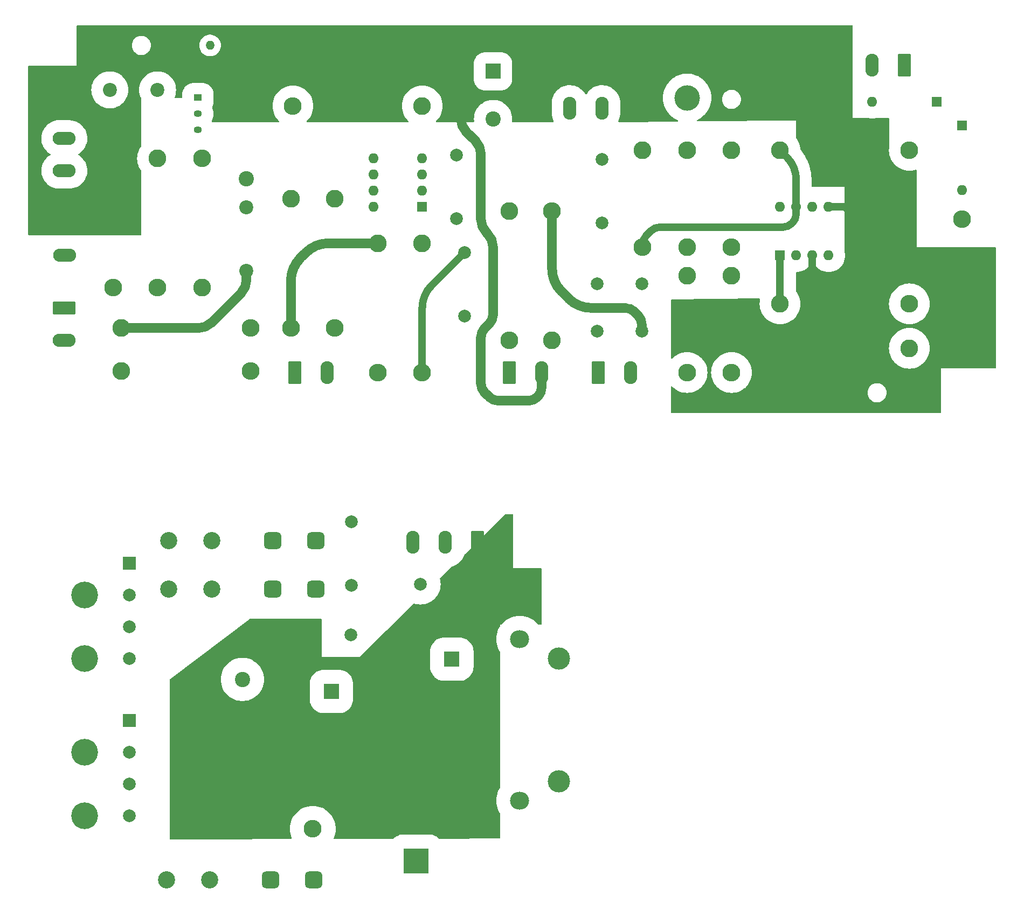
<source format=gbr>
%TF.GenerationSoftware,KiCad,Pcbnew,7.0.1*%
%TF.CreationDate,2024-04-09T21:12:25+02:00*%
%TF.ProjectId,6N6P_hybrid,364e3650-5f68-4796-9272-69642e6b6963,rev?*%
%TF.SameCoordinates,Original*%
%TF.FileFunction,Copper,L1,Top*%
%TF.FilePolarity,Positive*%
%FSLAX46Y46*%
G04 Gerber Fmt 4.6, Leading zero omitted, Abs format (unit mm)*
G04 Created by KiCad (PCBNEW 7.0.1) date 2024-04-09 21:12:25*
%MOMM*%
%LPD*%
G01*
G04 APERTURE LIST*
G04 Aperture macros list*
%AMRoundRect*
0 Rectangle with rounded corners*
0 $1 Rounding radius*
0 $2 $3 $4 $5 $6 $7 $8 $9 X,Y pos of 4 corners*
0 Add a 4 corners polygon primitive as box body*
4,1,4,$2,$3,$4,$5,$6,$7,$8,$9,$2,$3,0*
0 Add four circle primitives for the rounded corners*
1,1,$1+$1,$2,$3*
1,1,$1+$1,$4,$5*
1,1,$1+$1,$6,$7*
1,1,$1+$1,$8,$9*
0 Add four rect primitives between the rounded corners*
20,1,$1+$1,$2,$3,$4,$5,0*
20,1,$1+$1,$4,$5,$6,$7,0*
20,1,$1+$1,$6,$7,$8,$9,0*
20,1,$1+$1,$8,$9,$2,$3,0*%
G04 Aperture macros list end*
%TA.AperFunction,ComponentPad*%
%ADD10O,3.000000X2.800000*%
%TD*%
%TA.AperFunction,ComponentPad*%
%ADD11C,3.500000*%
%TD*%
%TA.AperFunction,ComponentPad*%
%ADD12C,2.800000*%
%TD*%
%TA.AperFunction,ComponentPad*%
%ADD13O,2.800000X2.800000*%
%TD*%
%TA.AperFunction,ComponentPad*%
%ADD14C,2.000000*%
%TD*%
%TA.AperFunction,ComponentPad*%
%ADD15R,1.300000X1.050000*%
%TD*%
%TA.AperFunction,ComponentPad*%
%ADD16O,1.300000X1.050000*%
%TD*%
%TA.AperFunction,ComponentPad*%
%ADD17R,1.600000X1.600000*%
%TD*%
%TA.AperFunction,ComponentPad*%
%ADD18O,1.600000X1.600000*%
%TD*%
%TA.AperFunction,ComponentPad*%
%ADD19RoundRect,0.675000X0.675000X0.675000X-0.675000X0.675000X-0.675000X-0.675000X0.675000X-0.675000X0*%
%TD*%
%TA.AperFunction,ComponentPad*%
%ADD20C,2.700000*%
%TD*%
%TA.AperFunction,ComponentPad*%
%ADD21RoundRect,0.249999X-1.550001X0.790001X-1.550001X-0.790001X1.550001X-0.790001X1.550001X0.790001X0*%
%TD*%
%TA.AperFunction,ComponentPad*%
%ADD22O,3.600000X2.080000*%
%TD*%
%TA.AperFunction,ComponentPad*%
%ADD23C,4.200000*%
%TD*%
%TA.AperFunction,ComponentPad*%
%ADD24C,4.000000*%
%TD*%
%TA.AperFunction,ComponentPad*%
%ADD25R,2.000000X2.000000*%
%TD*%
%TA.AperFunction,ComponentPad*%
%ADD26C,2.200000*%
%TD*%
%TA.AperFunction,ComponentPad*%
%ADD27R,2.400000X2.400000*%
%TD*%
%TA.AperFunction,ComponentPad*%
%ADD28C,2.400000*%
%TD*%
%TA.AperFunction,ComponentPad*%
%ADD29O,2.400000X2.400000*%
%TD*%
%TA.AperFunction,ComponentPad*%
%ADD30RoundRect,0.249999X0.790001X1.550001X-0.790001X1.550001X-0.790001X-1.550001X0.790001X-1.550001X0*%
%TD*%
%TA.AperFunction,ComponentPad*%
%ADD31O,2.080000X3.600000*%
%TD*%
%TA.AperFunction,ComponentPad*%
%ADD32C,1.400000*%
%TD*%
%TA.AperFunction,ComponentPad*%
%ADD33O,1.400000X1.400000*%
%TD*%
%TA.AperFunction,ComponentPad*%
%ADD34R,4.000000X4.000000*%
%TD*%
%TA.AperFunction,ComponentPad*%
%ADD35RoundRect,0.249999X-0.790001X-1.550001X0.790001X-1.550001X0.790001X1.550001X-0.790001X1.550001X0*%
%TD*%
%TA.AperFunction,Conductor*%
%ADD36C,1.200000*%
%TD*%
%TA.AperFunction,Conductor*%
%ADD37C,1.500000*%
%TD*%
G04 APERTURE END LIST*
D10*
%TO.P,R25,1*%
%TO.N,Net-(J16-Pin_1)*%
X100076000Y-144780000D03*
%TO.P,R25,2*%
%TO.N,Net-(J22-Pin_1)*%
X100076000Y-119380000D03*
%TD*%
D11*
%TO.P,J22,1,Pin_1*%
%TO.N,Net-(J22-Pin_1)*%
X106196000Y-122428000D03*
%TD*%
%TO.P,J16,1,Pin_1*%
%TO.N,Net-(J16-Pin_1)*%
X106196000Y-141732000D03*
%TD*%
D12*
%TO.P,R21,1*%
%TO.N,GND*%
X36195000Y-43815000D03*
D13*
%TO.P,R21,2*%
%TO.N,Net-(J2-Pin_2)*%
X36195000Y-64135000D03*
%TD*%
D12*
%TO.P,R2,1*%
%TO.N,Net-(R2-Pad1)*%
X140970000Y-42545000D03*
D13*
%TO.P,R2,2*%
%TO.N,Net-(D2-A)*%
X161290000Y-42545000D03*
%TD*%
D14*
%TO.P,C2,1*%
%TO.N,Net-(J3-Pin_2)*%
X119253000Y-63500000D03*
%TO.P,C2,2*%
%TO.N,Net-(J4-Pin_2)*%
X119253000Y-71000000D03*
%TD*%
D15*
%TO.P,Q1,1,E*%
%TO.N,Net-(Q1-E)*%
X49530000Y-34255000D03*
D16*
%TO.P,Q1,2,B*%
%TO.N,Net-(Q1-B)*%
X49530000Y-36795000D03*
%TO.P,Q1,3,C*%
%TO.N,V++*%
X49530000Y-39335000D03*
%TD*%
D17*
%TO.P,U1,1*%
%TO.N,Net-(R1-Pad1)*%
X140970000Y-59055000D03*
D18*
%TO.P,U1,2,-*%
%TO.N,Net-(U1A--)*%
X143510000Y-59055000D03*
%TO.P,U1,3,+*%
%TO.N,GND*%
X146050000Y-59055000D03*
%TO.P,U1,4,V-*%
%TO.N,V--*%
X148590000Y-59055000D03*
%TO.P,U1,5,+*%
%TO.N,GND*%
X148590000Y-51435000D03*
%TO.P,U1,6,-*%
%TO.N,Net-(U1B--)*%
X146050000Y-51435000D03*
%TO.P,U1,7*%
%TO.N,Net-(R2-Pad1)*%
X143510000Y-51435000D03*
%TO.P,U1,8,V+*%
%TO.N,V++*%
X140970000Y-51435000D03*
%TD*%
D12*
%TO.P,J8,1,Pin_1*%
%TO.N,GND*%
X35490000Y-26035000D03*
%TD*%
D19*
%TO.P,F2,1*%
%TO.N,Net-(J10-Pin_3)*%
X68072000Y-111506000D03*
X61312000Y-111506000D03*
D20*
%TO.P,F2,2*%
%TO.N,Net-(D11-+)*%
X51722000Y-111506000D03*
X44962000Y-111506000D03*
%TD*%
D21*
%TO.P,J6,1,Pin_1*%
%TO.N,GND*%
X28532500Y-35560000D03*
D22*
%TO.P,J6,2,Pin_2*%
%TO.N,Net-(J6-Pin_2)*%
X28532500Y-40640000D03*
%TO.P,J6,3,Pin_3*%
%TO.N,Net-(J6-Pin_3)*%
X28532500Y-45720000D03*
%TD*%
D23*
%TO.P,J13,1,Pin_1*%
%TO.N,Net-(J13-Pin_1)*%
X31750000Y-122453400D03*
%TD*%
D24*
%TO.P,J15,1,Pin_1*%
%TO.N,GND2*%
X100076000Y-110744000D03*
%TD*%
D25*
%TO.P,D3,1,-*%
%TO.N,GND2*%
X38735000Y-132160000D03*
D14*
%TO.P,D3,2*%
%TO.N,Net-(J12-Pin_1)*%
X38735000Y-137160000D03*
%TO.P,D3,3,+*%
%TO.N,Net-(D3-+)*%
X38735000Y-142160000D03*
%TO.P,D3,4*%
%TO.N,Net-(J11-Pin_1)*%
X38735000Y-147160000D03*
%TD*%
D26*
%TO.P,C8,1*%
%TO.N,Net-(Q1-E)*%
X43180000Y-33020000D03*
%TO.P,C8,2*%
%TO.N,Net-(J6-Pin_2)*%
X35680000Y-33020000D03*
%TD*%
D27*
%TO.P,C11,1*%
%TO.N,Net-(J10-Pin_3)*%
X70485000Y-127628000D03*
D28*
%TO.P,C11,2*%
%TO.N,GND2*%
X70485000Y-135128000D03*
%TD*%
D12*
%TO.P,R3,1*%
%TO.N,Net-(U1A--)*%
X126365000Y-62230000D03*
D13*
%TO.P,R3,2*%
%TO.N,Net-(J4-Pin_2)*%
X126365000Y-77470000D03*
%TD*%
D12*
%TO.P,R19,1*%
%TO.N,Net-(J7-Pin_1)*%
X37455000Y-70485000D03*
D13*
%TO.P,R19,2*%
%TO.N,Net-(J3-Pin_1)*%
X57775000Y-70485000D03*
%TD*%
D14*
%TO.P,C9,1*%
%TO.N,V--*%
X113030000Y-53975000D03*
%TO.P,C9,2*%
%TO.N,V++*%
X113030000Y-43975000D03*
%TD*%
D12*
%TO.P,R10,1*%
%TO.N,Net-(J3-Pin_1)*%
X77777500Y-57150000D03*
D13*
%TO.P,R10,2*%
%TO.N,Net-(J3-Pin_2)*%
X77777500Y-77470000D03*
%TD*%
D28*
%TO.P,R20,1*%
%TO.N,Net-(U2B--)*%
X57150000Y-46990000D03*
D29*
%TO.P,R20,2*%
%TO.N,GND*%
X57150000Y-31750000D03*
%TD*%
D12*
%TO.P,R5,1*%
%TO.N,Net-(D1-A)*%
X161290000Y-73660000D03*
D13*
%TO.P,R5,2*%
%TO.N,GND*%
X140970000Y-73660000D03*
%TD*%
D23*
%TO.P,J11,1,Pin_1*%
%TO.N,Net-(J11-Pin_1)*%
X31750000Y-147193000D03*
%TD*%
D12*
%TO.P,R9,1*%
%TO.N,Net-(U1B--)*%
X119380000Y-42545000D03*
D13*
%TO.P,R9,2*%
%TO.N,Net-(R2-Pad1)*%
X119380000Y-57785000D03*
%TD*%
D23*
%TO.P,J12,1,Pin_1*%
%TO.N,Net-(J12-Pin_1)*%
X31750000Y-137160000D03*
%TD*%
D14*
%TO.P,C14,2*%
%TO.N,Net-(J10-Pin_3)*%
X73580000Y-118745000D03*
%TO.P,C14,1*%
%TO.N,GND2*%
X63580000Y-118745000D03*
%TD*%
D12*
%TO.P,R23,1*%
%TO.N,Net-(Q1-B)*%
X43180000Y-43815000D03*
D13*
%TO.P,R23,2*%
%TO.N,Net-(J2-Pin_2)*%
X43180000Y-64135000D03*
%TD*%
D27*
%TO.P,C1,1*%
%TO.N,Net-(J22-Pin_1)*%
X89415000Y-122555000D03*
D28*
%TO.P,C1,2*%
%TO.N,GND2*%
X81915000Y-122555000D03*
%TD*%
D23*
%TO.P,J14,1,Pin_1*%
%TO.N,Net-(J14-Pin_1)*%
X31750000Y-112471200D03*
%TD*%
D24*
%TO.P,J9,1,Pin_1*%
%TO.N,Net-(J9-Pin_1)*%
X126365000Y-34290000D03*
%TD*%
D12*
%TO.P,R11,1*%
%TO.N,Net-(J3-Pin_1)*%
X70993000Y-50165000D03*
D13*
%TO.P,R11,2*%
%TO.N,Net-(J3-Pin_2)*%
X70993000Y-70485000D03*
%TD*%
D30*
%TO.P,J10,1,Pin_1*%
%TO.N,GND2*%
X93472000Y-104140000D03*
D31*
%TO.P,J10,2,Pin_2*%
%TO.N,Net-(J10-Pin_2)*%
X88392000Y-104140000D03*
%TO.P,J10,3,Pin_3*%
%TO.N,Net-(J10-Pin_3)*%
X83312000Y-104140000D03*
%TD*%
D12*
%TO.P,R13,1*%
%TO.N,V--*%
X84762500Y-35560000D03*
D13*
%TO.P,R13,2*%
%TO.N,Net-(Q1-E)*%
X64442500Y-35560000D03*
%TD*%
D12*
%TO.P,R1,1*%
%TO.N,Net-(R1-Pad1)*%
X140970000Y-66675000D03*
D13*
%TO.P,R1,2*%
%TO.N,Net-(D1-A)*%
X161290000Y-66675000D03*
%TD*%
D12*
%TO.P,R6,1*%
%TO.N,GND*%
X169545000Y-73660000D03*
D13*
%TO.P,R6,2*%
%TO.N,Net-(D2-A)*%
X169545000Y-53340000D03*
%TD*%
D14*
%TO.P,C15,1*%
%TO.N,Net-(J10-Pin_2)*%
X84455000Y-110744000D03*
%TO.P,C15,2*%
%TO.N,GND2*%
X94455000Y-110744000D03*
%TD*%
D32*
%TO.P,R24,1*%
%TO.N,GND*%
X46355000Y-26035000D03*
D33*
%TO.P,R24,2*%
%TO.N,GND3*%
X51435000Y-26035000D03*
%TD*%
D34*
%TO.P,C10,1*%
%TO.N,Net-(J16-Pin_1)*%
X83820000Y-154305000D03*
D24*
%TO.P,C10,2*%
%TO.N,GND2*%
X83820000Y-144305000D03*
%TD*%
D35*
%TO.P,J3,1,Pin_1*%
%TO.N,Net-(J3-Pin_1)*%
X64760000Y-77470000D03*
D31*
%TO.P,J3,2,Pin_2*%
%TO.N,Net-(J3-Pin_2)*%
X69840000Y-77470000D03*
%TD*%
D14*
%TO.P,C3,1*%
%TO.N,Net-(C3-Pad1)*%
X91430000Y-58580000D03*
%TO.P,C3,2*%
%TO.N,Net-(J3-Pin_2)*%
X91430000Y-68580000D03*
%TD*%
D35*
%TO.P,J4,1,Pin_1*%
%TO.N,Net-(J4-Pin_1)*%
X112395000Y-77502500D03*
D31*
%TO.P,J4,2,Pin_2*%
%TO.N,Net-(J4-Pin_2)*%
X117475000Y-77502500D03*
%TD*%
D12*
%TO.P,R18,1*%
%TO.N,GND2*%
X47244000Y-149225000D03*
D13*
%TO.P,R18,2*%
%TO.N,Net-(J16-Pin_1)*%
X67564000Y-149225000D03*
%TD*%
D14*
%TO.P,C7,1*%
%TO.N,Net-(J3-Pin_2)*%
X112268000Y-63500000D03*
%TO.P,C7,2*%
%TO.N,Net-(J4-Pin_1)*%
X112268000Y-71000000D03*
%TD*%
D12*
%TO.P,J18,1,Pin_1*%
%TO.N,GND*%
X161290000Y-80645000D03*
%TD*%
%TO.P,R7,1*%
%TO.N,Net-(U1A--)*%
X133350000Y-62230000D03*
D13*
%TO.P,R7,2*%
%TO.N,Net-(R1-Pad1)*%
X133350000Y-77470000D03*
%TD*%
D30*
%TO.P,J19,1,Pin_1*%
%TO.N,Net-(D2-A)*%
X160528000Y-29177500D03*
D31*
%TO.P,J19,2,Pin_2*%
%TO.N,Net-(D1-A)*%
X155448000Y-29177500D03*
%TD*%
D25*
%TO.P,D11,1,-*%
%TO.N,Net-(D11--)*%
X38735000Y-107475000D03*
D14*
%TO.P,D11,2*%
%TO.N,Net-(J14-Pin_1)*%
X38735000Y-112475000D03*
%TO.P,D11,3,+*%
%TO.N,Net-(D11-+)*%
X38735000Y-117475000D03*
%TO.P,D11,4*%
%TO.N,Net-(J13-Pin_1)*%
X38735000Y-122475000D03*
%TD*%
D27*
%TO.P,C13,1*%
%TO.N,GND2*%
X49022000Y-125730000D03*
D28*
%TO.P,C13,2*%
%TO.N,Net-(J10-Pin_2)*%
X56522000Y-125730000D03*
%TD*%
D14*
%TO.P,C16,1*%
%TO.N,Net-(J10-Pin_2)*%
X73660000Y-100965000D03*
%TO.P,C16,2*%
%TO.N,Net-(J10-Pin_3)*%
X73660000Y-110965000D03*
%TD*%
D17*
%TO.P,U2,1*%
%TO.N,Net-(U2A--)*%
X84692500Y-51435000D03*
D18*
%TO.P,U2,2,-*%
X84692500Y-48895000D03*
%TO.P,U2,3,+*%
%TO.N,Net-(U2A-+)*%
X84692500Y-46355000D03*
%TO.P,U2,4,V-*%
%TO.N,V--*%
X84692500Y-43815000D03*
%TO.P,U2,5,+*%
%TO.N,Net-(U2B-+)*%
X77072500Y-43815000D03*
%TO.P,U2,6,-*%
%TO.N,Net-(U2B--)*%
X77072500Y-46355000D03*
%TO.P,U2,7*%
%TO.N,Net-(J3-Pin_1)*%
X77072500Y-48895000D03*
%TO.P,U2,8,V+*%
%TO.N,V++*%
X77072500Y-51435000D03*
%TD*%
D12*
%TO.P,R14,1*%
%TO.N,Net-(U2B--)*%
X64135000Y-50165000D03*
D13*
%TO.P,R14,2*%
%TO.N,Net-(J3-Pin_1)*%
X64135000Y-70485000D03*
%TD*%
D30*
%TO.P,J5,1,Pin_1*%
%TO.N,GND*%
X118110000Y-35900228D03*
D31*
%TO.P,J5,2,Pin_2*%
%TO.N,V++*%
X113030000Y-35900228D03*
%TO.P,J5,3,Pin_3*%
%TO.N,V--*%
X107950000Y-35900228D03*
%TD*%
D12*
%TO.P,R15,1*%
%TO.N,Net-(J7-Pin_2)*%
X37455000Y-77216000D03*
D13*
%TO.P,R15,2*%
%TO.N,Net-(J3-Pin_1)*%
X57775000Y-77216000D03*
%TD*%
D27*
%TO.P,C12,1*%
%TO.N,V++*%
X95885000Y-30107272D03*
D28*
%TO.P,C12,2*%
%TO.N,V--*%
X95885000Y-37607272D03*
%TD*%
D12*
%TO.P,R22,1*%
%TO.N,Net-(J4-Pin_1)*%
X105156000Y-72390000D03*
D13*
%TO.P,R22,2*%
%TO.N,Net-(J4-Pin_2)*%
X105156000Y-52070000D03*
%TD*%
D12*
%TO.P,R4,1*%
%TO.N,Net-(U1A--)*%
X126365000Y-57785000D03*
D13*
%TO.P,R4,2*%
%TO.N,Net-(J9-Pin_1)*%
X126365000Y-42545000D03*
%TD*%
D12*
%TO.P,R8,1*%
%TO.N,Net-(U1B--)*%
X133350000Y-42545000D03*
D13*
%TO.P,R8,2*%
%TO.N,Net-(R1-Pad1)*%
X133350000Y-57785000D03*
%TD*%
D35*
%TO.P,J1,1,Pin_1*%
%TO.N,Net-(J1-Pin_1)*%
X98450400Y-77502500D03*
D31*
%TO.P,J1,2,Pin_2*%
%TO.N,GND*%
X103530400Y-77502500D03*
%TD*%
D19*
%TO.P,F1,1*%
%TO.N,Net-(J16-Pin_1)*%
X67720000Y-157226000D03*
X60960000Y-157226000D03*
D20*
%TO.P,F1,2*%
%TO.N,Net-(D3-+)*%
X51370000Y-157226000D03*
X44610000Y-157226000D03*
%TD*%
D17*
%TO.P,D2,1,K*%
%TO.N,Net-(D1-K)*%
X169545000Y-38608000D03*
D18*
%TO.P,D2,2,A*%
%TO.N,Net-(D2-A)*%
X169545000Y-48768000D03*
%TD*%
D12*
%TO.P,R16,1*%
%TO.N,Net-(U2A--)*%
X84762500Y-57150000D03*
D13*
%TO.P,R16,2*%
%TO.N,Net-(C3-Pad1)*%
X84762500Y-77470000D03*
%TD*%
D12*
%TO.P,R17,1*%
%TO.N,Net-(J6-Pin_3)*%
X50155000Y-64135000D03*
D13*
%TO.P,R17,2*%
%TO.N,Net-(U2B-+)*%
X50155000Y-43815000D03*
%TD*%
D26*
%TO.P,C5,1*%
%TO.N,Net-(U2B--)*%
X57150000Y-51515000D03*
%TO.P,C5,2*%
%TO.N,Net-(J7-Pin_1)*%
X57150000Y-61515000D03*
%TD*%
D21*
%TO.P,J7,1,Pin_1*%
%TO.N,Net-(J7-Pin_1)*%
X28532500Y-67310000D03*
D22*
%TO.P,J7,2,Pin_2*%
%TO.N,Net-(J7-Pin_2)*%
X28532500Y-72390000D03*
%TD*%
D14*
%TO.P,C4,1*%
%TO.N,Net-(U2A-+)*%
X90170000Y-43260000D03*
%TO.P,C4,2*%
%TO.N,Net-(C3-Pad1)*%
X90170000Y-53260000D03*
%TD*%
D17*
%TO.P,D1,1,K*%
%TO.N,Net-(D1-K)*%
X165608000Y-34925000D03*
D18*
%TO.P,D1,2,A*%
%TO.N,Net-(D1-A)*%
X155448000Y-34925000D03*
%TD*%
D19*
%TO.P,F3,1*%
%TO.N,Net-(J10-Pin_2)*%
X68072000Y-103886000D03*
X61312000Y-103886000D03*
D20*
%TO.P,F3,2*%
%TO.N,Net-(D11--)*%
X51722000Y-103886000D03*
X44962000Y-103886000D03*
%TD*%
D21*
%TO.P,J2,1,Pin_1*%
%TO.N,GND*%
X28565000Y-53975000D03*
D22*
%TO.P,J2,2,Pin_2*%
%TO.N,Net-(J2-Pin_2)*%
X28565000Y-59055000D03*
%TD*%
D12*
%TO.P,R12,1*%
%TO.N,Net-(U2A-+)*%
X98425000Y-52070000D03*
D13*
%TO.P,R12,2*%
%TO.N,Net-(J1-Pin_1)*%
X98425000Y-72390000D03*
%TD*%
D36*
%TO.N,GND*%
X88900000Y-31750000D02*
X90805000Y-33655000D01*
D37*
X95885000Y-57757641D02*
X95885000Y-68386573D01*
D36*
X152400000Y-52705000D02*
X151130000Y-51435000D01*
D37*
X103530400Y-79791173D02*
X103530400Y-77502500D01*
D36*
X146050000Y-59055000D02*
X146050000Y-61595000D01*
X90805000Y-33655000D02*
X90805000Y-37492359D01*
D37*
X91683680Y-39613680D02*
X93101321Y-41031321D01*
D36*
X151130000Y-62230000D02*
X152400000Y-60960000D01*
D37*
X94565787Y-80595787D02*
X95299214Y-81329214D01*
D36*
X152400000Y-60960000D02*
X152400000Y-52705000D01*
D37*
X94858680Y-55488680D02*
X95006321Y-55636321D01*
X90805000Y-36830000D02*
X90805000Y-37492359D01*
X95299213Y-69800787D02*
X94565786Y-70534214D01*
X93980000Y-71948427D02*
X93980000Y-79181573D01*
D36*
X151130000Y-51435000D02*
X148590000Y-51435000D01*
X146050000Y-61595000D02*
X146685000Y-62230000D01*
D37*
X93980000Y-43152641D02*
X93980000Y-53367359D01*
X102820787Y-81329213D02*
X102944614Y-81205386D01*
D36*
X146685000Y-62230000D02*
X151130000Y-62230000D01*
D37*
X96713427Y-81915000D02*
X101406573Y-81915000D01*
D36*
X57150000Y-31750000D02*
X88900000Y-31750000D01*
D37*
X95884971Y-57757641D02*
G75*
G03*
X95006321Y-55636321I-2999971J41D01*
G01*
X93980029Y-53367359D02*
G75*
G03*
X94858680Y-55488680I2999971J-41D01*
G01*
X95299200Y-81329228D02*
G75*
G03*
X96713427Y-81915000I1414200J1414228D01*
G01*
X94565772Y-70534200D02*
G75*
G03*
X93980000Y-71948427I1414228J-1414200D01*
G01*
X90805029Y-37492359D02*
G75*
G03*
X91683680Y-39613680I2999971J-41D01*
G01*
X101406573Y-81914980D02*
G75*
G03*
X102820786Y-81329212I27J1999980D01*
G01*
X93980020Y-79181573D02*
G75*
G03*
X94565788Y-80595786I1999980J-27D01*
G01*
X102944628Y-81205400D02*
G75*
G03*
X103530400Y-79791173I-1414228J1414200D01*
G01*
X93979971Y-43152641D02*
G75*
G03*
X93101321Y-41031321I-2999971J41D01*
G01*
X95299227Y-69800801D02*
G75*
G03*
X95885000Y-68386573I-1414227J1414201D01*
G01*
D36*
%TO.N,Net-(R1-Pad1)*%
X140970000Y-59055000D02*
X140970000Y-66675000D01*
%TO.N,Net-(R2-Pad1)*%
X143510000Y-51435000D02*
X143510000Y-47156068D01*
X143510000Y-51435000D02*
X143510000Y-52511573D01*
X119380000Y-57343427D02*
X119380000Y-57785000D01*
X142045534Y-43620534D02*
X140970000Y-42545000D01*
X142924213Y-53925787D02*
X142825786Y-54024214D01*
X120699213Y-55195787D02*
X119965786Y-55929214D01*
X141411573Y-54610000D02*
X122113427Y-54610000D01*
X141411573Y-54609980D02*
G75*
G03*
X142825785Y-54024213I27J1999980D01*
G01*
X143510022Y-47156068D02*
G75*
G03*
X142045533Y-43620535I-5000022J-32D01*
G01*
X119965772Y-55929200D02*
G75*
G03*
X119380000Y-57343427I1414228J-1414200D01*
G01*
X142924227Y-53925801D02*
G75*
G03*
X143510000Y-52511573I-1414227J1414201D01*
G01*
X122113427Y-54610020D02*
G75*
G03*
X120699214Y-55195788I-27J-1999980D01*
G01*
D37*
%TO.N,Net-(J3-Pin_1)*%
X65599466Y-59495534D02*
X66480534Y-58614466D01*
X64135000Y-70485000D02*
X64135000Y-63031068D01*
X70016068Y-57150000D02*
X77777500Y-57150000D01*
X70016068Y-57149978D02*
G75*
G03*
X66480535Y-58614467I32J-5000022D01*
G01*
X65599482Y-59495550D02*
G75*
G03*
X64135000Y-63031068I3535518J-3535550D01*
G01*
%TO.N,Net-(J4-Pin_2)*%
X105156000Y-52070000D02*
X105156000Y-61174932D01*
X106620466Y-64710466D02*
X107755534Y-65845534D01*
X119253000Y-69916427D02*
X119253000Y-71000000D01*
X118060787Y-67895787D02*
X118667214Y-68502214D01*
X111291068Y-67310000D02*
X116646573Y-67310000D01*
X105155978Y-61174932D02*
G75*
G03*
X106620467Y-64710465I5000022J32D01*
G01*
X118060801Y-67895773D02*
G75*
G03*
X116646573Y-67310000I-1414201J-1414227D01*
G01*
X107755550Y-65845518D02*
G75*
G03*
X111291068Y-67310000I3535550J3535518D01*
G01*
X119252980Y-69916427D02*
G75*
G03*
X118667213Y-68502215I-1999980J27D01*
G01*
%TO.N,Net-(J7-Pin_1)*%
X37455000Y-70485000D02*
X49557359Y-70485000D01*
X57150000Y-62892359D02*
X57150000Y-61515000D01*
X51678680Y-69606320D02*
X56271321Y-65013679D01*
X49557359Y-70484971D02*
G75*
G03*
X51678680Y-69606320I41J2999971D01*
G01*
X56271341Y-65013699D02*
G75*
G03*
X57150000Y-62892359I-2121341J2121299D01*
G01*
D36*
%TO.N,Net-(C3-Pad1)*%
X86226966Y-63783034D02*
X91430000Y-58580000D01*
X84762500Y-77470000D02*
X84762500Y-67318568D01*
X86226982Y-63783050D02*
G75*
G03*
X84762500Y-67318568I3535518J-3535550D01*
G01*
%TD*%
%TA.AperFunction,Conductor*%
%TO.N,GND2*%
G36*
X98997220Y-99760836D02*
G01*
X99043162Y-99806281D01*
X99060000Y-99868670D01*
X99060000Y-108204000D01*
X103381000Y-108204000D01*
X103443000Y-108220613D01*
X103488387Y-108266000D01*
X103505000Y-108328000D01*
X103505000Y-116970000D01*
X103488387Y-117032000D01*
X103443000Y-117077387D01*
X103381000Y-117094000D01*
X103016956Y-117094000D01*
X102963572Y-117081920D01*
X102920589Y-117048035D01*
X102907604Y-117032000D01*
X102855365Y-116967489D01*
X102855361Y-116967484D01*
X102588514Y-116700638D01*
X102588511Y-116700635D01*
X102295225Y-116463137D01*
X102295223Y-116463136D01*
X102295221Y-116463134D01*
X101978724Y-116257598D01*
X101642464Y-116086265D01*
X101290142Y-115951021D01*
X100925609Y-115853345D01*
X100552873Y-115794310D01*
X100270281Y-115779500D01*
X100270280Y-115779500D01*
X99881720Y-115779500D01*
X99881719Y-115779500D01*
X99599126Y-115794310D01*
X99226390Y-115853345D01*
X98861857Y-115951021D01*
X98509535Y-116086265D01*
X98173275Y-116257598D01*
X97856778Y-116463134D01*
X97563485Y-116700638D01*
X97296638Y-116967484D01*
X97252193Y-117022369D01*
X97244396Y-117032000D01*
X97231411Y-117048035D01*
X97188428Y-117081920D01*
X97135044Y-117094000D01*
X97028000Y-117094000D01*
X97028000Y-117271992D01*
X97022894Y-117307210D01*
X97007995Y-117339527D01*
X96853598Y-117577274D01*
X96682265Y-117913535D01*
X96547021Y-118265857D01*
X96449345Y-118630390D01*
X96390310Y-119003126D01*
X96382377Y-119154500D01*
X96370559Y-119380000D01*
X96373648Y-119438933D01*
X96390310Y-119756873D01*
X96449345Y-120129609D01*
X96547021Y-120494142D01*
X96682265Y-120846464D01*
X96853598Y-121182724D01*
X97007995Y-121420473D01*
X97022894Y-121452790D01*
X97028000Y-121488008D01*
X97028000Y-142671992D01*
X97022894Y-142707210D01*
X97007995Y-142739527D01*
X96853598Y-142977274D01*
X96682265Y-143313535D01*
X96547021Y-143665857D01*
X96449345Y-144030390D01*
X96390310Y-144403126D01*
X96370559Y-144780000D01*
X96390310Y-145156873D01*
X96449345Y-145529609D01*
X96547021Y-145894142D01*
X96682265Y-146246464D01*
X96853598Y-146582724D01*
X97007995Y-146820473D01*
X97022894Y-146852790D01*
X97028000Y-146888008D01*
X97028000Y-150640288D01*
X97011432Y-150702211D01*
X96966154Y-150747586D01*
X96904267Y-150764288D01*
X87470171Y-150784575D01*
X87418769Y-150773540D01*
X87386775Y-150749785D01*
X87385719Y-150750994D01*
X87379474Y-150745533D01*
X87379471Y-150745529D01*
X87157699Y-150551586D01*
X87157696Y-150551584D01*
X86912056Y-150388932D01*
X86646926Y-150260471D01*
X86367040Y-150168496D01*
X86077390Y-150114646D01*
X85904112Y-150104500D01*
X81735888Y-150104500D01*
X81562609Y-150114646D01*
X81272959Y-150168496D01*
X80993073Y-150260471D01*
X80727943Y-150388932D01*
X80482302Y-150551584D01*
X80260525Y-150745532D01*
X80249677Y-150757936D01*
X80207712Y-150789160D01*
X80156606Y-150800303D01*
X70989075Y-150820018D01*
X70931249Y-150805849D01*
X70886692Y-150766362D01*
X70865675Y-150710659D01*
X70873044Y-150651580D01*
X70911429Y-150551586D01*
X70992978Y-150339143D01*
X71090653Y-149974613D01*
X71149690Y-149601871D01*
X71169441Y-149225000D01*
X71149690Y-148848129D01*
X71120171Y-148661757D01*
X71090654Y-148475390D01*
X70992978Y-148110857D01*
X70857734Y-147758535D01*
X70686401Y-147422275D01*
X70480865Y-147105778D01*
X70480863Y-147105775D01*
X70243365Y-146812489D01*
X69976511Y-146545635D01*
X69683225Y-146308137D01*
X69683223Y-146308136D01*
X69683221Y-146308134D01*
X69366725Y-146102598D01*
X69030464Y-145931265D01*
X68678142Y-145796021D01*
X68313609Y-145698345D01*
X67940873Y-145639310D01*
X67564000Y-145619559D01*
X67187126Y-145639310D01*
X66814390Y-145698345D01*
X66449857Y-145796021D01*
X66097535Y-145931265D01*
X65761275Y-146102598D01*
X65444778Y-146308134D01*
X65151485Y-146545638D01*
X64884638Y-146812485D01*
X64647134Y-147105778D01*
X64441598Y-147422275D01*
X64270265Y-147758535D01*
X64135021Y-148110857D01*
X64037345Y-148475390D01*
X63978310Y-148848126D01*
X63958559Y-149225000D01*
X63978310Y-149601873D01*
X64037345Y-149974609D01*
X64135021Y-150339142D01*
X64260605Y-150666298D01*
X64267989Y-150725244D01*
X64247108Y-150780860D01*
X64202754Y-150820381D01*
X64145108Y-150834736D01*
X51806977Y-150861270D01*
X45209265Y-150875459D01*
X45147154Y-150858936D01*
X45101657Y-150813537D01*
X45085000Y-150751460D01*
X45085000Y-125791625D01*
X45097957Y-125736439D01*
X45103292Y-125729999D01*
X53116505Y-125729999D01*
X53136469Y-126098202D01*
X53196123Y-126462077D01*
X53294772Y-126817379D01*
X53431256Y-127159931D01*
X53603978Y-127485717D01*
X53810907Y-127790913D01*
X54049627Y-128071956D01*
X54317324Y-128325533D01*
X54317327Y-128325535D01*
X54317330Y-128325538D01*
X54610881Y-128548690D01*
X54926838Y-128738795D01*
X55261497Y-128893625D01*
X55491905Y-128971258D01*
X55610933Y-129011364D01*
X55675900Y-129025664D01*
X55971052Y-129090632D01*
X56301671Y-129126589D01*
X56337629Y-129130500D01*
X56337630Y-129130500D01*
X56706370Y-129130500D01*
X56706371Y-129130500D01*
X56739116Y-129126938D01*
X57072948Y-129090632D01*
X57433066Y-129011364D01*
X57727636Y-128912112D01*
X67084500Y-128912112D01*
X67094646Y-129085390D01*
X67148496Y-129375040D01*
X67240471Y-129654926D01*
X67368932Y-129920056D01*
X67368933Y-129920057D01*
X67531586Y-130165699D01*
X67725529Y-130387471D01*
X67947301Y-130581414D01*
X67947303Y-130581415D01*
X68192943Y-130744067D01*
X68458073Y-130872528D01*
X68595067Y-130917546D01*
X68737961Y-130964504D01*
X69027610Y-131018354D01*
X69200888Y-131028500D01*
X71769112Y-131028500D01*
X71942390Y-131018354D01*
X72232039Y-130964504D01*
X72511926Y-130872528D01*
X72777057Y-130744067D01*
X73022699Y-130581414D01*
X73244471Y-130387471D01*
X73438414Y-130165699D01*
X73601067Y-129920057D01*
X73729528Y-129654926D01*
X73821504Y-129375039D01*
X73875354Y-129085390D01*
X73885500Y-128912112D01*
X73885500Y-126343888D01*
X73875354Y-126170610D01*
X73821504Y-125880961D01*
X73729528Y-125601074D01*
X73707676Y-125555974D01*
X73601067Y-125335943D01*
X73438415Y-125090303D01*
X73438414Y-125090301D01*
X73244471Y-124868529D01*
X73022699Y-124674586D01*
X72882762Y-124581926D01*
X72777056Y-124511932D01*
X72511926Y-124383471D01*
X72232040Y-124291496D01*
X71942390Y-124237646D01*
X71769112Y-124227500D01*
X69200888Y-124227500D01*
X69027609Y-124237646D01*
X68737959Y-124291496D01*
X68458073Y-124383471D01*
X68192943Y-124511932D01*
X67947303Y-124674584D01*
X67725529Y-124868529D01*
X67531584Y-125090303D01*
X67368932Y-125335943D01*
X67240471Y-125601073D01*
X67148496Y-125880959D01*
X67094646Y-126170609D01*
X67084500Y-126343888D01*
X67084500Y-128912112D01*
X57727636Y-128912112D01*
X57782503Y-128893625D01*
X58117162Y-128738795D01*
X58433119Y-128548690D01*
X58726670Y-128325538D01*
X58994373Y-128071956D01*
X59233090Y-127790917D01*
X59440022Y-127485716D01*
X59566682Y-127246810D01*
X59612743Y-127159931D01*
X59749227Y-126817379D01*
X59847876Y-126462077D01*
X59894921Y-126175114D01*
X59907531Y-126098199D01*
X59927494Y-125730000D01*
X59907531Y-125361801D01*
X59863021Y-125090303D01*
X59847876Y-124997922D01*
X59749227Y-124642620D01*
X59612743Y-124300068D01*
X59440021Y-123974282D01*
X59348373Y-123839112D01*
X86014500Y-123839112D01*
X86024646Y-124012390D01*
X86078496Y-124302040D01*
X86170471Y-124581926D01*
X86298932Y-124847056D01*
X86398827Y-124997919D01*
X86461586Y-125092699D01*
X86655529Y-125314471D01*
X86877301Y-125508414D01*
X86877303Y-125508415D01*
X87122943Y-125671067D01*
X87388073Y-125799528D01*
X87525067Y-125844546D01*
X87667961Y-125891504D01*
X87957610Y-125945354D01*
X88130888Y-125955500D01*
X90699112Y-125955500D01*
X90872390Y-125945354D01*
X91162039Y-125891504D01*
X91441926Y-125799528D01*
X91707057Y-125671067D01*
X91952699Y-125508414D01*
X92174471Y-125314471D01*
X92368414Y-125092699D01*
X92531067Y-124847057D01*
X92659528Y-124581926D01*
X92751504Y-124302039D01*
X92805354Y-124012390D01*
X92815500Y-123839112D01*
X92815500Y-121270888D01*
X92805354Y-121097610D01*
X92751504Y-120807961D01*
X92659528Y-120528074D01*
X92643087Y-120494142D01*
X92531067Y-120262943D01*
X92368415Y-120017303D01*
X92368414Y-120017301D01*
X92174471Y-119795529D01*
X91952699Y-119601586D01*
X91952696Y-119601584D01*
X91707056Y-119438932D01*
X91441926Y-119310471D01*
X91162040Y-119218496D01*
X90872390Y-119164646D01*
X90699112Y-119154500D01*
X88130888Y-119154500D01*
X87957609Y-119164646D01*
X87667959Y-119218496D01*
X87388073Y-119310471D01*
X87122943Y-119438932D01*
X86877303Y-119601584D01*
X86655529Y-119795529D01*
X86461584Y-120017303D01*
X86298932Y-120262943D01*
X86170471Y-120528073D01*
X86078496Y-120807959D01*
X86024646Y-121097609D01*
X86014500Y-121270888D01*
X86014500Y-123839112D01*
X59348373Y-123839112D01*
X59233092Y-123669086D01*
X59233090Y-123669083D01*
X58994373Y-123388044D01*
X58994372Y-123388043D01*
X58726675Y-123134466D01*
X58726670Y-123134462D01*
X58433119Y-122911310D01*
X58433115Y-122911307D01*
X58433113Y-122911306D01*
X58117159Y-122721203D01*
X57782506Y-122566376D01*
X57433066Y-122448635D01*
X57137914Y-122383668D01*
X57072948Y-122369368D01*
X56889658Y-122349433D01*
X56706371Y-122329500D01*
X56706370Y-122329500D01*
X56337630Y-122329500D01*
X56337629Y-122329500D01*
X55971052Y-122369368D01*
X55610933Y-122448635D01*
X55261493Y-122566376D01*
X54926840Y-122721203D01*
X54610886Y-122911306D01*
X54317324Y-123134466D01*
X54049627Y-123388043D01*
X53810907Y-123669086D01*
X53603978Y-123974282D01*
X53431256Y-124300068D01*
X53294772Y-124642620D01*
X53196123Y-124997922D01*
X53136469Y-125361797D01*
X53116505Y-125729999D01*
X45103292Y-125729999D01*
X45134122Y-125692786D01*
X45162791Y-125671067D01*
X57624788Y-116230160D01*
X57660169Y-116211458D01*
X57699665Y-116205000D01*
X68837000Y-116205000D01*
X68899000Y-116221613D01*
X68944387Y-116267000D01*
X68961000Y-116329000D01*
X68961000Y-122174000D01*
X74900269Y-122174000D01*
X74926607Y-122179310D01*
X74930000Y-122175987D01*
X74930000Y-122175988D01*
X83435076Y-113846283D01*
X83491491Y-113814646D01*
X83556161Y-113815720D01*
X83741700Y-113869173D01*
X84096093Y-113929387D01*
X84455000Y-113949543D01*
X84813907Y-113929387D01*
X85168300Y-113869173D01*
X85513724Y-113769659D01*
X85845833Y-113632094D01*
X86160452Y-113458211D01*
X86406414Y-113283691D01*
X86453622Y-113250195D01*
X86467874Y-113237458D01*
X86721661Y-113010661D01*
X86961194Y-112742623D01*
X87056562Y-112608216D01*
X87169207Y-112449458D01*
X87169207Y-112449456D01*
X87169211Y-112449452D01*
X87343094Y-112134833D01*
X87480659Y-111802724D01*
X87580173Y-111457300D01*
X87640387Y-111102907D01*
X87660543Y-110744000D01*
X87640387Y-110385093D01*
X87580173Y-110030700D01*
X87545829Y-109911489D01*
X87545076Y-109845564D01*
X87578220Y-109788571D01*
X87639751Y-109728309D01*
X89416937Y-107987767D01*
X89460216Y-107960232D01*
X89695674Y-107872076D01*
X90014714Y-107710623D01*
X90314057Y-107515053D01*
X90590069Y-107287739D01*
X90839399Y-107031441D01*
X91059021Y-106749271D01*
X91246269Y-106444653D01*
X91398870Y-106121285D01*
X91427907Y-106036700D01*
X91458423Y-105988376D01*
X97785630Y-99791636D01*
X97824908Y-99765681D01*
X97871035Y-99756238D01*
X98934654Y-99744677D01*
X98997220Y-99760836D01*
G37*
%TD.AperFunction*%
%TD*%
%TA.AperFunction,Conductor*%
%TO.N,GND*%
G36*
X152338000Y-22876613D02*
G01*
X152383387Y-22922000D01*
X152400000Y-22984000D01*
X152400000Y-37465000D01*
X154870282Y-37465000D01*
X154892633Y-37467030D01*
X155133971Y-37511258D01*
X155448000Y-37530253D01*
X155762029Y-37511258D01*
X156003366Y-37467030D01*
X156025718Y-37465000D01*
X157991000Y-37465000D01*
X158053000Y-37481613D01*
X158098387Y-37527000D01*
X158115000Y-37589000D01*
X158115000Y-42114501D01*
X158113248Y-42135271D01*
X158104613Y-42186090D01*
X158084457Y-42545000D01*
X158104613Y-42903909D01*
X158113248Y-42954729D01*
X158115000Y-42975499D01*
X158115000Y-43180000D01*
X158131051Y-43196051D01*
X158153531Y-43226805D01*
X158161920Y-43251890D01*
X158162899Y-43251609D01*
X158264341Y-43603724D01*
X158401905Y-43935831D01*
X158575792Y-44250458D01*
X158783804Y-44543622D01*
X158916308Y-44691893D01*
X159023339Y-44811661D01*
X159092788Y-44873724D01*
X159291377Y-45051195D01*
X159584541Y-45259207D01*
X159584547Y-45259210D01*
X159584548Y-45259211D01*
X159899167Y-45433094D01*
X160231276Y-45570659D01*
X160576700Y-45670173D01*
X160931093Y-45730387D01*
X161290000Y-45750543D01*
X161648907Y-45730387D01*
X162003300Y-45670173D01*
X162123057Y-45635672D01*
X162274673Y-45591993D01*
X162331483Y-45589202D01*
X162383563Y-45612070D01*
X162419955Y-45655784D01*
X162433000Y-45711147D01*
X162433000Y-57785000D01*
X174755000Y-57785000D01*
X174817000Y-57801613D01*
X174862387Y-57847000D01*
X174879000Y-57909000D01*
X174879000Y-76711000D01*
X174862387Y-76773000D01*
X174817000Y-76818387D01*
X174755000Y-76835000D01*
X166243000Y-76835000D01*
X166243000Y-83696000D01*
X166226387Y-83758000D01*
X166181000Y-83803387D01*
X166119000Y-83820000D01*
X123949000Y-83820000D01*
X123887000Y-83803387D01*
X123841613Y-83758000D01*
X123825000Y-83696000D01*
X123825000Y-79755639D01*
X123839154Y-79698108D01*
X123878384Y-79653711D01*
X123933735Y-79632582D01*
X123992571Y-79639546D01*
X124041457Y-79673010D01*
X124098339Y-79736661D01*
X124183826Y-79813056D01*
X124366377Y-79976195D01*
X124659541Y-80184207D01*
X124659547Y-80184210D01*
X124659548Y-80184211D01*
X124974167Y-80358094D01*
X125306276Y-80495659D01*
X125651700Y-80595173D01*
X126006093Y-80655387D01*
X126365000Y-80675543D01*
X126723907Y-80655387D01*
X127078300Y-80595173D01*
X127423724Y-80495659D01*
X127755833Y-80358094D01*
X128070452Y-80184211D01*
X128070458Y-80184207D01*
X128363622Y-79976195D01*
X128417112Y-79928393D01*
X128631661Y-79736661D01*
X128871194Y-79468623D01*
X128930865Y-79384526D01*
X129079207Y-79175458D01*
X129079207Y-79175456D01*
X129079211Y-79175452D01*
X129253094Y-78860833D01*
X129390659Y-78528724D01*
X129490173Y-78183300D01*
X129550387Y-77828907D01*
X129570543Y-77470000D01*
X130144457Y-77470000D01*
X130164613Y-77828908D01*
X130224826Y-78183299D01*
X130324341Y-78528724D01*
X130461905Y-78860831D01*
X130635792Y-79175458D01*
X130843804Y-79468622D01*
X130976308Y-79616893D01*
X131083339Y-79736661D01*
X131217358Y-79856427D01*
X131351377Y-79976195D01*
X131644541Y-80184207D01*
X131644547Y-80184210D01*
X131644548Y-80184211D01*
X131959167Y-80358094D01*
X132291276Y-80495659D01*
X132636700Y-80595173D01*
X132991093Y-80655387D01*
X133350000Y-80675543D01*
X133708907Y-80655387D01*
X133770046Y-80644999D01*
X154704356Y-80644999D01*
X154724891Y-80892816D01*
X154724891Y-80892819D01*
X154724892Y-80892821D01*
X154785937Y-81133881D01*
X154830960Y-81236523D01*
X154885825Y-81361604D01*
X154885827Y-81361607D01*
X155021836Y-81569785D01*
X155190256Y-81752738D01*
X155190259Y-81752740D01*
X155386485Y-81905470D01*
X155386487Y-81905471D01*
X155386491Y-81905474D01*
X155605190Y-82023828D01*
X155840386Y-82104571D01*
X156085665Y-82145500D01*
X156334335Y-82145500D01*
X156579614Y-82104571D01*
X156814810Y-82023828D01*
X157033509Y-81905474D01*
X157229744Y-81752738D01*
X157398164Y-81569785D01*
X157534173Y-81361607D01*
X157634063Y-81133881D01*
X157695108Y-80892821D01*
X157715643Y-80645000D01*
X157695108Y-80397179D01*
X157634063Y-80156119D01*
X157534173Y-79928393D01*
X157398164Y-79720215D01*
X157229744Y-79537262D01*
X157141557Y-79468623D01*
X157033514Y-79384529D01*
X157033510Y-79384526D01*
X157033509Y-79384526D01*
X156814810Y-79266172D01*
X156814806Y-79266170D01*
X156814805Y-79266170D01*
X156579615Y-79185429D01*
X156334335Y-79144500D01*
X156085665Y-79144500D01*
X155840384Y-79185429D01*
X155605194Y-79266170D01*
X155386485Y-79384529D01*
X155190259Y-79537259D01*
X155190256Y-79537261D01*
X155190256Y-79537262D01*
X155021836Y-79720215D01*
X154976499Y-79789607D01*
X154885825Y-79928395D01*
X154795780Y-80133678D01*
X154785937Y-80156119D01*
X154734790Y-80358094D01*
X154724891Y-80397183D01*
X154704356Y-80644999D01*
X133770046Y-80644999D01*
X134063300Y-80595173D01*
X134408724Y-80495659D01*
X134740833Y-80358094D01*
X135055452Y-80184211D01*
X135055458Y-80184207D01*
X135348622Y-79976195D01*
X135402112Y-79928393D01*
X135616661Y-79736661D01*
X135856194Y-79468623D01*
X135915865Y-79384526D01*
X136064207Y-79175458D01*
X136064207Y-79175456D01*
X136064211Y-79175452D01*
X136238094Y-78860833D01*
X136375659Y-78528724D01*
X136475173Y-78183300D01*
X136535387Y-77828907D01*
X136555543Y-77470000D01*
X136535387Y-77111093D01*
X136475173Y-76756700D01*
X136375659Y-76411276D01*
X136238094Y-76079167D01*
X136064211Y-75764548D01*
X136064210Y-75764547D01*
X136064207Y-75764541D01*
X135856195Y-75471377D01*
X135736427Y-75337357D01*
X135616661Y-75203339D01*
X135496893Y-75096308D01*
X135348622Y-74963804D01*
X135055458Y-74755792D01*
X134740831Y-74581905D01*
X134408724Y-74444341D01*
X134063299Y-74344826D01*
X133708908Y-74284613D01*
X133350000Y-74264457D01*
X132991091Y-74284613D01*
X132636700Y-74344826D01*
X132291275Y-74444341D01*
X131959168Y-74581905D01*
X131644541Y-74755792D01*
X131351377Y-74963804D01*
X131083339Y-75203339D01*
X130843804Y-75471377D01*
X130635792Y-75764541D01*
X130461905Y-76079168D01*
X130324341Y-76411275D01*
X130224826Y-76756700D01*
X130164613Y-77111091D01*
X130144457Y-77470000D01*
X129570543Y-77470000D01*
X129550387Y-77111093D01*
X129490173Y-76756700D01*
X129390659Y-76411276D01*
X129253094Y-76079167D01*
X129079211Y-75764548D01*
X129079210Y-75764547D01*
X129079207Y-75764541D01*
X128871195Y-75471377D01*
X128751427Y-75337357D01*
X128631661Y-75203339D01*
X128511893Y-75096308D01*
X128363622Y-74963804D01*
X128070458Y-74755792D01*
X127755831Y-74581905D01*
X127423724Y-74444341D01*
X127078299Y-74344826D01*
X126723908Y-74284613D01*
X126365000Y-74264457D01*
X126006091Y-74284613D01*
X125651700Y-74344826D01*
X125306275Y-74444341D01*
X124974168Y-74581905D01*
X124659541Y-74755792D01*
X124366377Y-74963804D01*
X124098344Y-75203334D01*
X124098341Y-75203336D01*
X124098339Y-75203339D01*
X124041457Y-75266989D01*
X123992571Y-75300454D01*
X123933735Y-75307418D01*
X123878384Y-75286289D01*
X123839154Y-75241892D01*
X123825000Y-75184361D01*
X123825000Y-73660000D01*
X158084457Y-73660000D01*
X158104613Y-74018908D01*
X158164826Y-74373299D01*
X158264341Y-74718724D01*
X158401905Y-75050831D01*
X158575792Y-75365458D01*
X158783804Y-75658622D01*
X158878460Y-75764541D01*
X159023339Y-75926661D01*
X159157357Y-76046427D01*
X159291377Y-76166195D01*
X159584541Y-76374207D01*
X159584547Y-76374210D01*
X159584548Y-76374211D01*
X159899167Y-76548094D01*
X160231276Y-76685659D01*
X160576700Y-76785173D01*
X160931093Y-76845387D01*
X161290000Y-76865543D01*
X161648907Y-76845387D01*
X162003300Y-76785173D01*
X162348724Y-76685659D01*
X162680833Y-76548094D01*
X162995452Y-76374211D01*
X163288623Y-76166194D01*
X163556661Y-75926661D01*
X163796194Y-75658623D01*
X164004211Y-75365452D01*
X164178094Y-75050833D01*
X164315659Y-74718724D01*
X164415173Y-74373300D01*
X164475387Y-74018907D01*
X164495543Y-73660000D01*
X164475387Y-73301093D01*
X164415173Y-72946700D01*
X164315659Y-72601276D01*
X164178094Y-72269167D01*
X164004211Y-71954548D01*
X164004210Y-71954547D01*
X164004207Y-71954541D01*
X163796195Y-71661377D01*
X163676427Y-71527358D01*
X163556661Y-71393339D01*
X163436893Y-71286308D01*
X163288622Y-71153804D01*
X162995458Y-70945792D01*
X162680831Y-70771905D01*
X162348724Y-70634341D01*
X162003299Y-70534826D01*
X161648908Y-70474613D01*
X161290000Y-70454457D01*
X160931091Y-70474613D01*
X160576700Y-70534826D01*
X160231275Y-70634341D01*
X159899168Y-70771905D01*
X159584541Y-70945792D01*
X159291377Y-71153804D01*
X159023339Y-71393339D01*
X158783804Y-71661377D01*
X158575792Y-71954541D01*
X158401905Y-72269168D01*
X158264341Y-72601275D01*
X158164826Y-72946700D01*
X158104613Y-73301091D01*
X158084457Y-73660000D01*
X123825000Y-73660000D01*
X123825000Y-66083111D01*
X123841430Y-66021428D01*
X123886368Y-65976091D01*
X123947901Y-65959116D01*
X137718028Y-65837256D01*
X137770607Y-65848443D01*
X137813511Y-65880831D01*
X137838676Y-65928333D01*
X137841373Y-65982021D01*
X137784613Y-66316090D01*
X137764457Y-66675000D01*
X137784613Y-67033908D01*
X137844826Y-67388299D01*
X137944341Y-67733724D01*
X138081905Y-68065831D01*
X138255792Y-68380458D01*
X138463804Y-68673622D01*
X138596308Y-68821893D01*
X138703339Y-68941661D01*
X138837358Y-69061427D01*
X138971377Y-69181195D01*
X139264541Y-69389207D01*
X139264547Y-69389210D01*
X139264548Y-69389211D01*
X139579167Y-69563094D01*
X139911276Y-69700659D01*
X140256700Y-69800173D01*
X140611093Y-69860387D01*
X140970000Y-69880543D01*
X141328907Y-69860387D01*
X141683300Y-69800173D01*
X142028724Y-69700659D01*
X142360833Y-69563094D01*
X142675452Y-69389211D01*
X142968623Y-69181194D01*
X143236661Y-68941661D01*
X143476194Y-68673623D01*
X143684211Y-68380452D01*
X143858094Y-68065833D01*
X143995659Y-67733724D01*
X144095173Y-67388300D01*
X144155387Y-67033907D01*
X144175543Y-66675000D01*
X158084457Y-66675000D01*
X158104613Y-67033908D01*
X158164826Y-67388299D01*
X158264341Y-67733724D01*
X158401905Y-68065831D01*
X158575792Y-68380458D01*
X158783804Y-68673622D01*
X158916308Y-68821893D01*
X159023339Y-68941661D01*
X159157358Y-69061427D01*
X159291377Y-69181195D01*
X159584541Y-69389207D01*
X159584547Y-69389210D01*
X159584548Y-69389211D01*
X159899167Y-69563094D01*
X160231276Y-69700659D01*
X160576700Y-69800173D01*
X160931093Y-69860387D01*
X161290000Y-69880543D01*
X161648907Y-69860387D01*
X162003300Y-69800173D01*
X162348724Y-69700659D01*
X162680833Y-69563094D01*
X162995452Y-69389211D01*
X163288623Y-69181194D01*
X163556661Y-68941661D01*
X163796194Y-68673623D01*
X164004211Y-68380452D01*
X164178094Y-68065833D01*
X164315659Y-67733724D01*
X164415173Y-67388300D01*
X164475387Y-67033907D01*
X164495543Y-66675000D01*
X164475387Y-66316093D01*
X164415173Y-65961700D01*
X164315659Y-65616276D01*
X164178094Y-65284167D01*
X164004211Y-64969548D01*
X164004210Y-64969546D01*
X164004207Y-64969541D01*
X163796195Y-64676377D01*
X163676427Y-64542357D01*
X163556661Y-64408339D01*
X163436893Y-64301308D01*
X163288622Y-64168804D01*
X162995458Y-63960792D01*
X162680831Y-63786905D01*
X162348724Y-63649341D01*
X162003299Y-63549826D01*
X161648908Y-63489613D01*
X161290000Y-63469457D01*
X160931091Y-63489613D01*
X160576700Y-63549826D01*
X160231275Y-63649341D01*
X159899168Y-63786905D01*
X159584541Y-63960792D01*
X159291377Y-64168804D01*
X159023339Y-64408339D01*
X158783804Y-64676377D01*
X158575792Y-64969541D01*
X158401905Y-65284168D01*
X158264341Y-65616275D01*
X158164826Y-65961700D01*
X158104613Y-66316091D01*
X158084457Y-66675000D01*
X144175543Y-66675000D01*
X144155387Y-66316093D01*
X144095173Y-65961700D01*
X143995659Y-65616276D01*
X143858094Y-65284167D01*
X143684211Y-64969548D01*
X143532870Y-64756254D01*
X143515856Y-64722156D01*
X143510000Y-64684500D01*
X143510000Y-61776979D01*
X143525386Y-61717154D01*
X143567726Y-61672175D01*
X143626511Y-61653205D01*
X143824029Y-61641258D01*
X144133478Y-61584549D01*
X144433835Y-61490954D01*
X144720721Y-61361837D01*
X144989952Y-61199081D01*
X145237602Y-61005060D01*
X145460060Y-60782602D01*
X145654081Y-60534952D01*
X145816837Y-60265721D01*
X145936925Y-59998894D01*
X145971191Y-59954054D01*
X146021782Y-59929041D01*
X146078218Y-59929041D01*
X146128809Y-59954054D01*
X146163074Y-59998894D01*
X146283163Y-60265721D01*
X146283164Y-60265722D01*
X146445918Y-60534952D01*
X146581305Y-60707760D01*
X146639940Y-60782602D01*
X146862398Y-61005060D01*
X146974660Y-61093012D01*
X147110047Y-61199081D01*
X147226677Y-61269586D01*
X147379279Y-61361837D01*
X147666165Y-61490954D01*
X147966522Y-61584549D01*
X148275971Y-61641258D01*
X148590000Y-61660253D01*
X148904029Y-61641258D01*
X149213478Y-61584549D01*
X149513835Y-61490954D01*
X149800721Y-61361837D01*
X150069952Y-61199081D01*
X150317602Y-61005060D01*
X150540060Y-60782602D01*
X150734081Y-60534952D01*
X150896837Y-60265721D01*
X151025954Y-59978835D01*
X151100510Y-59739574D01*
X151130000Y-59690794D01*
X151130000Y-59632718D01*
X151132031Y-59610366D01*
X151176258Y-59369029D01*
X151195253Y-59055000D01*
X151176258Y-58740971D01*
X151132030Y-58499633D01*
X151130000Y-58477282D01*
X151130000Y-48260000D01*
X146034500Y-48260000D01*
X145972500Y-48243387D01*
X145927113Y-48198000D01*
X145910500Y-48136000D01*
X145910500Y-47307087D01*
X145910501Y-47307079D01*
X145910500Y-47207435D01*
X145910521Y-47207329D01*
X145910521Y-47156053D01*
X145910522Y-47156053D01*
X145910520Y-46913785D01*
X145902367Y-46789411D01*
X145892005Y-46631326D01*
X145878827Y-46430288D01*
X145815579Y-45949899D01*
X145721049Y-45474675D01*
X145595639Y-45006651D01*
X145439888Y-44547831D01*
X145254462Y-44100180D01*
X145040155Y-43665615D01*
X144797886Y-43245997D01*
X144681036Y-43071121D01*
X144528689Y-42843119D01*
X144233726Y-42458721D01*
X144233723Y-42458717D01*
X144194563Y-42414064D01*
X144173011Y-42379223D01*
X144163988Y-42339263D01*
X144155387Y-42186093D01*
X144095173Y-41831700D01*
X143995659Y-41486276D01*
X143858094Y-41154167D01*
X143684211Y-40839548D01*
X143532870Y-40626254D01*
X143515856Y-40592156D01*
X143510000Y-40554500D01*
X143510000Y-37846000D01*
X143509999Y-37845999D01*
X128000415Y-37983252D01*
X127935547Y-37965602D01*
X127889423Y-37916695D01*
X127875600Y-37850905D01*
X127898140Y-37787571D01*
X127950416Y-37745307D01*
X128040869Y-37706491D01*
X128377911Y-37519417D01*
X128694298Y-37299205D01*
X128986784Y-37048115D01*
X129252366Y-36768722D01*
X129488320Y-36463895D01*
X129692225Y-36136760D01*
X129861987Y-35790675D01*
X129995866Y-35429192D01*
X130016241Y-35350502D01*
X130092487Y-35056022D01*
X130099709Y-35008881D01*
X130150860Y-34674984D01*
X130158720Y-34520000D01*
X131844356Y-34520000D01*
X131864891Y-34767816D01*
X131864891Y-34767819D01*
X131864892Y-34767821D01*
X131925937Y-35008881D01*
X131946615Y-35056021D01*
X132025825Y-35236604D01*
X132025827Y-35236607D01*
X132161836Y-35444785D01*
X132330256Y-35627738D01*
X132330259Y-35627740D01*
X132526485Y-35780470D01*
X132526487Y-35780471D01*
X132526491Y-35780474D01*
X132745190Y-35898828D01*
X132980386Y-35979571D01*
X133225665Y-36020500D01*
X133474335Y-36020500D01*
X133719614Y-35979571D01*
X133954810Y-35898828D01*
X134173509Y-35780474D01*
X134369744Y-35627738D01*
X134538164Y-35444785D01*
X134674173Y-35236607D01*
X134774063Y-35008881D01*
X134835108Y-34767821D01*
X134855643Y-34520000D01*
X134835108Y-34272179D01*
X134774063Y-34031119D01*
X134674173Y-33803393D01*
X134538164Y-33595215D01*
X134369744Y-33412262D01*
X134347612Y-33395036D01*
X134173514Y-33259529D01*
X134173510Y-33259526D01*
X134173509Y-33259526D01*
X133954810Y-33141172D01*
X133954806Y-33141170D01*
X133954805Y-33141170D01*
X133719615Y-33060429D01*
X133474335Y-33019500D01*
X133225665Y-33019500D01*
X132980384Y-33060429D01*
X132745194Y-33141170D01*
X132526485Y-33259529D01*
X132330259Y-33412259D01*
X132161837Y-33595214D01*
X132025825Y-33803395D01*
X131942597Y-33993138D01*
X131925937Y-34031119D01*
X131890978Y-34169168D01*
X131864891Y-34272183D01*
X131844356Y-34520000D01*
X130158720Y-34520000D01*
X130170384Y-34290000D01*
X130150860Y-33905016D01*
X130092488Y-33523982D01*
X130063561Y-33412259D01*
X129995867Y-33150810D01*
X129914322Y-32930633D01*
X129861987Y-32789325D01*
X129692225Y-32443240D01*
X129488320Y-32116105D01*
X129387589Y-31985972D01*
X129252371Y-31811284D01*
X129252369Y-31811281D01*
X129252366Y-31811278D01*
X128986784Y-31531885D01*
X128986782Y-31531883D01*
X128986779Y-31531880D01*
X128694300Y-31280796D01*
X128377912Y-31060584D01*
X128377911Y-31060583D01*
X128040869Y-30873509D01*
X127686630Y-30721493D01*
X127686628Y-30721492D01*
X127686625Y-30721491D01*
X127318834Y-30606096D01*
X126941240Y-30528497D01*
X126628534Y-30496699D01*
X126557740Y-30489500D01*
X126172260Y-30489500D01*
X126107447Y-30496090D01*
X125788759Y-30528497D01*
X125411165Y-30606096D01*
X125043374Y-30721491D01*
X124689132Y-30873508D01*
X124352087Y-31060584D01*
X124035699Y-31280796D01*
X123743220Y-31531880D01*
X123477628Y-31811284D01*
X123241683Y-32116100D01*
X123037775Y-32443240D01*
X122868011Y-32789329D01*
X122734132Y-33150810D01*
X122637512Y-33523977D01*
X122579140Y-33905013D01*
X122559616Y-34290000D01*
X122579140Y-34674986D01*
X122637512Y-35056022D01*
X122734132Y-35429189D01*
X122829912Y-35687800D01*
X122868013Y-35790675D01*
X123037775Y-36136760D01*
X123241680Y-36463895D01*
X123241682Y-36463898D01*
X123241683Y-36463899D01*
X123477628Y-36768715D01*
X123477631Y-36768718D01*
X123477634Y-36768722D01*
X123615860Y-36914136D01*
X123743220Y-37048119D01*
X124035699Y-37299203D01*
X124035702Y-37299205D01*
X124352089Y-37519417D01*
X124689131Y-37706491D01*
X124845625Y-37773648D01*
X124897648Y-37815554D01*
X124920380Y-37878371D01*
X124907223Y-37943866D01*
X124861994Y-37993030D01*
X124797821Y-38011593D01*
X115691952Y-38092177D01*
X115630905Y-38076727D01*
X115585318Y-38033282D01*
X115566951Y-37973048D01*
X115580537Y-37911562D01*
X115634044Y-37807315D01*
X115751436Y-37491275D01*
X115830625Y-37163569D01*
X115870500Y-36828797D01*
X115870500Y-35056024D01*
X115867702Y-35008882D01*
X115855525Y-34803686D01*
X115855525Y-34803682D01*
X115795888Y-34471860D01*
X115697425Y-34149421D01*
X115697424Y-34149417D01*
X115561517Y-33840889D01*
X115418649Y-33598988D01*
X115390071Y-33550600D01*
X115284460Y-33412259D01*
X115185496Y-33282624D01*
X114950663Y-33040727D01*
X114910299Y-33007975D01*
X114814982Y-32930632D01*
X114688865Y-32828298D01*
X114403784Y-32648327D01*
X114099411Y-32503333D01*
X113780039Y-32395361D01*
X113780038Y-32395360D01*
X113780036Y-32395360D01*
X113651726Y-32368351D01*
X113450126Y-32325916D01*
X113114327Y-32295980D01*
X112948709Y-32300890D01*
X112777332Y-32305971D01*
X112443888Y-32355748D01*
X112154493Y-32434826D01*
X112118673Y-32444614D01*
X111806247Y-32571320D01*
X111511008Y-32734086D01*
X111379707Y-32828298D01*
X111355327Y-32845792D01*
X111237086Y-32930633D01*
X110988334Y-33158194D01*
X110768243Y-33413580D01*
X110590737Y-33677117D01*
X110544513Y-33718163D01*
X110484216Y-33731791D01*
X110424833Y-33714614D01*
X110381122Y-33670903D01*
X110338649Y-33598988D01*
X110310071Y-33550600D01*
X110204460Y-33412259D01*
X110105496Y-33282624D01*
X109870663Y-33040727D01*
X109830299Y-33007975D01*
X109734982Y-32930632D01*
X109608865Y-32828298D01*
X109323784Y-32648327D01*
X109019411Y-32503333D01*
X108700039Y-32395361D01*
X108700038Y-32395360D01*
X108700036Y-32395360D01*
X108571726Y-32368351D01*
X108370126Y-32325916D01*
X108034327Y-32295980D01*
X107868709Y-32300890D01*
X107697332Y-32305971D01*
X107363888Y-32355748D01*
X107074493Y-32434826D01*
X107038673Y-32444614D01*
X106726247Y-32571320D01*
X106431008Y-32734086D01*
X106299707Y-32828298D01*
X106275327Y-32845792D01*
X106157086Y-32930633D01*
X105908334Y-33158194D01*
X105688243Y-33413580D01*
X105499902Y-33693204D01*
X105345956Y-33993138D01*
X105228565Y-34309178D01*
X105154289Y-34616552D01*
X105149375Y-34636887D01*
X105119517Y-34887566D01*
X105109500Y-34971662D01*
X105109500Y-36744435D01*
X105124474Y-36996769D01*
X105184112Y-37328596D01*
X105282575Y-37651038D01*
X105403703Y-37926013D01*
X105413813Y-37986095D01*
X105394087Y-38043741D01*
X105349285Y-38085032D01*
X105290225Y-38100000D01*
X98992683Y-38100000D01*
X98940277Y-38088382D01*
X98897692Y-38055704D01*
X98872907Y-38008091D01*
X98870960Y-37963474D01*
X98869842Y-37963409D01*
X98876681Y-37845999D01*
X98890585Y-37607272D01*
X98870262Y-37258345D01*
X98809569Y-36914136D01*
X98709326Y-36579301D01*
X98570889Y-36258368D01*
X98396130Y-35955676D01*
X98187412Y-35675319D01*
X97947558Y-35421089D01*
X97679811Y-35196423D01*
X97679807Y-35196420D01*
X97679803Y-35196417D01*
X97387793Y-35004358D01*
X97075454Y-34847495D01*
X96747014Y-34727954D01*
X96747013Y-34727953D01*
X96747011Y-34727953D01*
X96560157Y-34683668D01*
X96406915Y-34647349D01*
X96349054Y-34640586D01*
X96059759Y-34606772D01*
X95710241Y-34606772D01*
X95462273Y-34635755D01*
X95363084Y-34647349D01*
X95022985Y-34727954D01*
X94694545Y-34847495D01*
X94382206Y-35004358D01*
X94090196Y-35196417D01*
X94053860Y-35226905D01*
X93822442Y-35421089D01*
X93822438Y-35421092D01*
X93822437Y-35421094D01*
X93582589Y-35675317D01*
X93373869Y-35955676D01*
X93199112Y-36258365D01*
X93199111Y-36258368D01*
X93060674Y-36579301D01*
X93048872Y-36618724D01*
X92960429Y-36914141D01*
X92899738Y-37258344D01*
X92879414Y-37607271D01*
X92900158Y-37963409D01*
X92899039Y-37963474D01*
X92897093Y-38008091D01*
X92872308Y-38055704D01*
X92829723Y-38088382D01*
X92777317Y-38100000D01*
X87048139Y-38100000D01*
X86990608Y-38085846D01*
X86946211Y-38046616D01*
X86925082Y-37991265D01*
X86932046Y-37932429D01*
X86965510Y-37883542D01*
X87029161Y-37826661D01*
X87268694Y-37558623D01*
X87291132Y-37527000D01*
X87476708Y-37265457D01*
X87480639Y-37258344D01*
X87650594Y-36950833D01*
X87788159Y-36618724D01*
X87887673Y-36273300D01*
X87947887Y-35918907D01*
X87968043Y-35560000D01*
X87947887Y-35201093D01*
X87887673Y-34846700D01*
X87788159Y-34501276D01*
X87650594Y-34169167D01*
X87476711Y-33854548D01*
X87476710Y-33854547D01*
X87476707Y-33854541D01*
X87268695Y-33561377D01*
X87086318Y-33357298D01*
X87029161Y-33293339D01*
X86909393Y-33186308D01*
X86761122Y-33053804D01*
X86467958Y-32845792D01*
X86172865Y-32682701D01*
X86153333Y-32671906D01*
X85821224Y-32534341D01*
X85821223Y-32534340D01*
X85475799Y-32434826D01*
X85121408Y-32374613D01*
X84762500Y-32354457D01*
X84403591Y-32374613D01*
X84049200Y-32434826D01*
X83703775Y-32534341D01*
X83371668Y-32671905D01*
X83057041Y-32845792D01*
X82763877Y-33053804D01*
X82495839Y-33293339D01*
X82256304Y-33561377D01*
X82048292Y-33854541D01*
X81874405Y-34169168D01*
X81736841Y-34501275D01*
X81637326Y-34846700D01*
X81577113Y-35201091D01*
X81556957Y-35560000D01*
X81577113Y-35918908D01*
X81637326Y-36273299D01*
X81736841Y-36618724D01*
X81874405Y-36950831D01*
X82048292Y-37265457D01*
X82256304Y-37558622D01*
X82423136Y-37745306D01*
X82495839Y-37826661D01*
X82559489Y-37883542D01*
X82592954Y-37932429D01*
X82599918Y-37991265D01*
X82578789Y-38046616D01*
X82534392Y-38085846D01*
X82476861Y-38100000D01*
X66728139Y-38100000D01*
X66670608Y-38085846D01*
X66626211Y-38046616D01*
X66605082Y-37991265D01*
X66612046Y-37932429D01*
X66645510Y-37883542D01*
X66709161Y-37826661D01*
X66948694Y-37558623D01*
X66971132Y-37527000D01*
X67156708Y-37265457D01*
X67160639Y-37258344D01*
X67330594Y-36950833D01*
X67468159Y-36618724D01*
X67567673Y-36273300D01*
X67627887Y-35918907D01*
X67648043Y-35560000D01*
X67627887Y-35201093D01*
X67567673Y-34846700D01*
X67468159Y-34501276D01*
X67330594Y-34169167D01*
X67156711Y-33854548D01*
X67156710Y-33854547D01*
X67156707Y-33854541D01*
X66948695Y-33561377D01*
X66766318Y-33357298D01*
X66709161Y-33293339D01*
X66589393Y-33186308D01*
X66441122Y-33053804D01*
X66147958Y-32845792D01*
X65852865Y-32682701D01*
X65833333Y-32671906D01*
X65501224Y-32534341D01*
X65501223Y-32534340D01*
X65155799Y-32434826D01*
X64801408Y-32374613D01*
X64442500Y-32354457D01*
X64083591Y-32374613D01*
X63729200Y-32434826D01*
X63383775Y-32534341D01*
X63051668Y-32671905D01*
X62737041Y-32845792D01*
X62443877Y-33053804D01*
X62175839Y-33293339D01*
X61936304Y-33561377D01*
X61728292Y-33854541D01*
X61554405Y-34169168D01*
X61416841Y-34501275D01*
X61317326Y-34846700D01*
X61257113Y-35201091D01*
X61236957Y-35560000D01*
X61257113Y-35918908D01*
X61317326Y-36273299D01*
X61416841Y-36618724D01*
X61554405Y-36950831D01*
X61728292Y-37265457D01*
X61936304Y-37558622D01*
X62103136Y-37745306D01*
X62175839Y-37826661D01*
X62239489Y-37883542D01*
X62272954Y-37932429D01*
X62279918Y-37991265D01*
X62258789Y-38046616D01*
X62214392Y-38085846D01*
X62156861Y-38100000D01*
X51803752Y-38100000D01*
X51743517Y-38084387D01*
X51698451Y-38041480D01*
X51679901Y-37982084D01*
X51692539Y-37921157D01*
X51808092Y-37686840D01*
X51906080Y-37398175D01*
X51965552Y-37099190D01*
X51985490Y-36795000D01*
X51965552Y-36490810D01*
X51960198Y-36463895D01*
X51906080Y-36191824D01*
X51808093Y-35903162D01*
X51746706Y-35778682D01*
X51733930Y-35722099D01*
X51748287Y-35665899D01*
X51834898Y-35502025D01*
X51924026Y-35247310D01*
X51974196Y-34982157D01*
X51980500Y-34869905D01*
X51980499Y-33640096D01*
X51974196Y-33527843D01*
X51924026Y-33262690D01*
X51834898Y-33007975D01*
X51708802Y-32769390D01*
X51548555Y-32552263D01*
X51357737Y-32361445D01*
X51140610Y-32201198D01*
X51140608Y-32201197D01*
X51140607Y-32201196D01*
X50902031Y-32075105D01*
X50902030Y-32075104D01*
X50902025Y-32075102D01*
X50647310Y-31985974D01*
X50647309Y-31985973D01*
X50647304Y-31985972D01*
X50382159Y-31935804D01*
X50326031Y-31932652D01*
X50269905Y-31929500D01*
X50269903Y-31929500D01*
X48790096Y-31929500D01*
X48677840Y-31935804D01*
X48412695Y-31985972D01*
X48333058Y-32013838D01*
X48157975Y-32075102D01*
X48157971Y-32075103D01*
X48157968Y-32075105D01*
X47919392Y-32201196D01*
X47702261Y-32361446D01*
X47511446Y-32552261D01*
X47351196Y-32769392D01*
X47225105Y-33007968D01*
X47225103Y-33007971D01*
X47225102Y-33007975D01*
X47163838Y-33183058D01*
X47135972Y-33262695D01*
X47085804Y-33527840D01*
X47085804Y-33527843D01*
X47079500Y-33640095D01*
X47079500Y-33905016D01*
X47079501Y-34166000D01*
X47062888Y-34228000D01*
X47017501Y-34273387D01*
X46955501Y-34290000D01*
X45979551Y-34290000D01*
X45920701Y-34275145D01*
X45875951Y-34234139D01*
X45856023Y-34176807D01*
X45865691Y-34116889D01*
X45910198Y-34013711D01*
X46007100Y-33690035D01*
X46065771Y-33357298D01*
X46085416Y-33020000D01*
X46065771Y-32682702D01*
X46011446Y-32374613D01*
X46007101Y-32349970D01*
X46007100Y-32349965D01*
X45910198Y-32026289D01*
X45776375Y-31716052D01*
X45607440Y-31423448D01*
X45587880Y-31397175D01*
X92884500Y-31397175D01*
X92890804Y-31509431D01*
X92940972Y-31774576D01*
X92940973Y-31774581D01*
X92940974Y-31774582D01*
X93030102Y-32029297D01*
X93030104Y-32029302D01*
X93030105Y-32029303D01*
X93054310Y-32075102D01*
X93156198Y-32267882D01*
X93316445Y-32485009D01*
X93507263Y-32675827D01*
X93724390Y-32836074D01*
X93962975Y-32962170D01*
X94217690Y-33051298D01*
X94482843Y-33101468D01*
X94595095Y-33107772D01*
X97174904Y-33107771D01*
X97287157Y-33101468D01*
X97552310Y-33051298D01*
X97807025Y-32962170D01*
X98045610Y-32836074D01*
X98262737Y-32675827D01*
X98453555Y-32485009D01*
X98613802Y-32267882D01*
X98739898Y-32029297D01*
X98829026Y-31774582D01*
X98879196Y-31509429D01*
X98885500Y-31397177D01*
X98885499Y-28817368D01*
X98879196Y-28705115D01*
X98829026Y-28439962D01*
X98739898Y-28185247D01*
X98613802Y-27946662D01*
X98453555Y-27729535D01*
X98262737Y-27538717D01*
X98045610Y-27378470D01*
X98045608Y-27378469D01*
X98045607Y-27378468D01*
X97807031Y-27252377D01*
X97807030Y-27252376D01*
X97807025Y-27252374D01*
X97552310Y-27163246D01*
X97552309Y-27163245D01*
X97552304Y-27163244D01*
X97287159Y-27113076D01*
X97231030Y-27109923D01*
X97174905Y-27106772D01*
X97174903Y-27106772D01*
X94595096Y-27106772D01*
X94482840Y-27113076D01*
X94217695Y-27163244D01*
X94138058Y-27191110D01*
X93962975Y-27252374D01*
X93962971Y-27252375D01*
X93962968Y-27252377D01*
X93724392Y-27378468D01*
X93507261Y-27538718D01*
X93316446Y-27729533D01*
X93156196Y-27946664D01*
X93030105Y-28185240D01*
X93030103Y-28185243D01*
X93030102Y-28185247D01*
X92968838Y-28360330D01*
X92940972Y-28439967D01*
X92890804Y-28705112D01*
X92884500Y-28817368D01*
X92884500Y-31397175D01*
X45587880Y-31397175D01*
X45405678Y-31152435D01*
X45173817Y-30906677D01*
X45134288Y-30873508D01*
X44914997Y-30689500D01*
X44788187Y-30606096D01*
X44632708Y-30503836D01*
X44632704Y-30503834D01*
X44632701Y-30503832D01*
X44330778Y-30352200D01*
X44013286Y-30236643D01*
X44013285Y-30236642D01*
X44013283Y-30236642D01*
X43684520Y-30158724D01*
X43348935Y-30119500D01*
X43011065Y-30119500D01*
X42759376Y-30148917D01*
X42675479Y-30158724D01*
X42346713Y-30236643D01*
X42029221Y-30352200D01*
X41727298Y-30503832D01*
X41445002Y-30689500D01*
X41186182Y-30906677D01*
X40954323Y-31152433D01*
X40752559Y-31423448D01*
X40583626Y-31716049D01*
X40583625Y-31716052D01*
X40449802Y-32026289D01*
X40422913Y-32116105D01*
X40352898Y-32349970D01*
X40294229Y-32682701D01*
X40274583Y-33019999D01*
X40294229Y-33357298D01*
X40352898Y-33690029D01*
X40352900Y-33690035D01*
X40449802Y-34013711D01*
X40577254Y-34309178D01*
X40583626Y-34323950D01*
X40623387Y-34392817D01*
X40640000Y-34454817D01*
X40640000Y-41824500D01*
X40634144Y-41862156D01*
X40617129Y-41896256D01*
X40465790Y-42109546D01*
X40291905Y-42424168D01*
X40154341Y-42756275D01*
X40054826Y-43101700D01*
X39994613Y-43456091D01*
X39974457Y-43815000D01*
X39994613Y-44173908D01*
X40054826Y-44528299D01*
X40154341Y-44873724D01*
X40209401Y-45006651D01*
X40291906Y-45205833D01*
X40465789Y-45520452D01*
X40572022Y-45670173D01*
X40617129Y-45733744D01*
X40634144Y-45767844D01*
X40640000Y-45805500D01*
X40640000Y-55756000D01*
X40623387Y-55818000D01*
X40578000Y-55863387D01*
X40516000Y-55880000D01*
X22984000Y-55880000D01*
X22922000Y-55863387D01*
X22876613Y-55818000D01*
X22860000Y-55756000D01*
X22860000Y-45635672D01*
X24928252Y-45635672D01*
X24931160Y-45733744D01*
X24938243Y-45972668D01*
X24988020Y-46306112D01*
X25032813Y-46470036D01*
X25076886Y-46631326D01*
X25203592Y-46943752D01*
X25286305Y-47093784D01*
X25366359Y-47238993D01*
X25562904Y-47512913D01*
X25679771Y-47640662D01*
X25790466Y-47761665D01*
X26045852Y-47981756D01*
X26325476Y-48170097D01*
X26625410Y-48324043D01*
X26625413Y-48324044D01*
X26941453Y-48441436D01*
X27269159Y-48520625D01*
X27603931Y-48560500D01*
X29376704Y-48560500D01*
X29376707Y-48560500D01*
X29471332Y-48554884D01*
X29629046Y-48545525D01*
X29960868Y-48485888D01*
X30283307Y-48387425D01*
X30283307Y-48387424D01*
X30283310Y-48387424D01*
X30591838Y-48251517D01*
X30688600Y-48194368D01*
X30882128Y-48080071D01*
X31150103Y-47875496D01*
X31392002Y-47640662D01*
X31604429Y-47378866D01*
X31784401Y-47093784D01*
X31929392Y-46789416D01*
X32037368Y-46470036D01*
X32106811Y-46140128D01*
X32136747Y-45804322D01*
X32126757Y-45467332D01*
X32076980Y-45133888D01*
X31988114Y-44808673D01*
X31861409Y-44496251D01*
X31698641Y-44201007D01*
X31502096Y-43927087D01*
X31274534Y-43678335D01*
X31142448Y-43564504D01*
X31019147Y-43458243D01*
X30755610Y-43280737D01*
X30714564Y-43234513D01*
X30700936Y-43174216D01*
X30718113Y-43114833D01*
X30761820Y-43071124D01*
X30882128Y-43000071D01*
X31150103Y-42795496D01*
X31392002Y-42560662D01*
X31604429Y-42298866D01*
X31784401Y-42013784D01*
X31929392Y-41709416D01*
X32037368Y-41390036D01*
X32106811Y-41060128D01*
X32136747Y-40724322D01*
X32126757Y-40387332D01*
X32076980Y-40053888D01*
X31988114Y-39728673D01*
X31861409Y-39416251D01*
X31698641Y-39121007D01*
X31502096Y-38847087D01*
X31274534Y-38598335D01*
X31142448Y-38484504D01*
X31019147Y-38378243D01*
X30739523Y-38189902D01*
X30439589Y-38035956D01*
X30143601Y-37926013D01*
X30123547Y-37918564D01*
X29875015Y-37858507D01*
X29795842Y-37839375D01*
X29689050Y-37826655D01*
X29461069Y-37799500D01*
X27688296Y-37799500D01*
X27688293Y-37799500D01*
X27435958Y-37814474D01*
X27104131Y-37874112D01*
X26781689Y-37972575D01*
X26473161Y-38108482D01*
X26182873Y-38279928D01*
X25914896Y-38484503D01*
X25672999Y-38719336D01*
X25460570Y-38981134D01*
X25280599Y-39266215D01*
X25135605Y-39570588D01*
X25027633Y-39889960D01*
X24958188Y-40219873D01*
X24928252Y-40555672D01*
X24932991Y-40715525D01*
X24938243Y-40892668D01*
X24988020Y-41226112D01*
X25059111Y-41486276D01*
X25076886Y-41551326D01*
X25203592Y-41863752D01*
X25221512Y-41896256D01*
X25366359Y-42158993D01*
X25562904Y-42432913D01*
X25586514Y-42458721D01*
X25790466Y-42681665D01*
X26045852Y-42901756D01*
X26309389Y-43079262D01*
X26350434Y-43125486D01*
X26364063Y-43185782D01*
X26346887Y-43245165D01*
X26303176Y-43288877D01*
X26182870Y-43359930D01*
X25914896Y-43564503D01*
X25672999Y-43799336D01*
X25460570Y-44061134D01*
X25280599Y-44346215D01*
X25135605Y-44650588D01*
X25027633Y-44969960D01*
X24958188Y-45299873D01*
X24928252Y-45635672D01*
X22860000Y-45635672D01*
X22860000Y-33019999D01*
X32774583Y-33019999D01*
X32794229Y-33357298D01*
X32852898Y-33690029D01*
X32852900Y-33690035D01*
X32949802Y-34013711D01*
X33077254Y-34309178D01*
X33083626Y-34323950D01*
X33252559Y-34616551D01*
X33335495Y-34727953D01*
X33454322Y-34887565D01*
X33686183Y-35133323D01*
X33945006Y-35350502D01*
X34227292Y-35536164D01*
X34227298Y-35536167D01*
X34529221Y-35687799D01*
X34529224Y-35687800D01*
X34846717Y-35803358D01*
X35175480Y-35881276D01*
X35511065Y-35920500D01*
X35848932Y-35920500D01*
X35848935Y-35920500D01*
X36184520Y-35881276D01*
X36513283Y-35803358D01*
X36830776Y-35687800D01*
X37132708Y-35536164D01*
X37414994Y-35350502D01*
X37673817Y-35133323D01*
X37905678Y-34887565D01*
X38107440Y-34616552D01*
X38276375Y-34323948D01*
X38410198Y-34013711D01*
X38507100Y-33690035D01*
X38565771Y-33357298D01*
X38585416Y-33020000D01*
X38565771Y-32682702D01*
X38511446Y-32374613D01*
X38507101Y-32349970D01*
X38507100Y-32349965D01*
X38410198Y-32026289D01*
X38276375Y-31716052D01*
X38107440Y-31423448D01*
X37905678Y-31152435D01*
X37673817Y-30906677D01*
X37634288Y-30873508D01*
X37414997Y-30689500D01*
X37288187Y-30606096D01*
X37132708Y-30503836D01*
X37132704Y-30503834D01*
X37132701Y-30503832D01*
X36830778Y-30352200D01*
X36513286Y-30236643D01*
X36513285Y-30236642D01*
X36513283Y-30236642D01*
X36184520Y-30158724D01*
X35848935Y-30119500D01*
X35511065Y-30119500D01*
X35259376Y-30148917D01*
X35175479Y-30158724D01*
X34846713Y-30236643D01*
X34529221Y-30352200D01*
X34227298Y-30503832D01*
X33945002Y-30689500D01*
X33686182Y-30906677D01*
X33454323Y-31152433D01*
X33252559Y-31423448D01*
X33083626Y-31716049D01*
X33083625Y-31716052D01*
X32949802Y-32026289D01*
X32922913Y-32116105D01*
X32852898Y-32349970D01*
X32794229Y-32682701D01*
X32774583Y-33019999D01*
X22860000Y-33019999D01*
X22860000Y-29334000D01*
X22876613Y-29272000D01*
X22922000Y-29226613D01*
X22984000Y-29210000D01*
X30480000Y-29210000D01*
X30480000Y-26035000D01*
X39134356Y-26035000D01*
X39154891Y-26282816D01*
X39154891Y-26282819D01*
X39154892Y-26282821D01*
X39215937Y-26523881D01*
X39221971Y-26537637D01*
X39315825Y-26751604D01*
X39315827Y-26751607D01*
X39451836Y-26959785D01*
X39620256Y-27142738D01*
X39620259Y-27142740D01*
X39816485Y-27295470D01*
X39816487Y-27295471D01*
X39816491Y-27295474D01*
X40035190Y-27413828D01*
X40270386Y-27494571D01*
X40515665Y-27535500D01*
X40764335Y-27535500D01*
X41009614Y-27494571D01*
X41244810Y-27413828D01*
X41463509Y-27295474D01*
X41659744Y-27142738D01*
X41828164Y-26959785D01*
X41964173Y-26751607D01*
X42064063Y-26523881D01*
X42125108Y-26282821D01*
X42145643Y-26035000D01*
X49729731Y-26035000D01*
X49748777Y-26289154D01*
X49805492Y-26537637D01*
X49898608Y-26774891D01*
X50003178Y-26956012D01*
X50026041Y-26995612D01*
X50184950Y-27194877D01*
X50371783Y-27368232D01*
X50582366Y-27511805D01*
X50811996Y-27622389D01*
X51055542Y-27697513D01*
X51307565Y-27735500D01*
X51562435Y-27735500D01*
X51814458Y-27697513D01*
X52058004Y-27622389D01*
X52287634Y-27511805D01*
X52498217Y-27368232D01*
X52685050Y-27194877D01*
X52843959Y-26995612D01*
X52971393Y-26774888D01*
X53064508Y-26537637D01*
X53121222Y-26289157D01*
X53140268Y-26035000D01*
X53121222Y-25780843D01*
X53064508Y-25532363D01*
X52971393Y-25295112D01*
X52843959Y-25074388D01*
X52685050Y-24875123D01*
X52498217Y-24701768D01*
X52287634Y-24558195D01*
X52058004Y-24447611D01*
X51814458Y-24372487D01*
X51562435Y-24334500D01*
X51307565Y-24334500D01*
X51055542Y-24372487D01*
X50811996Y-24447611D01*
X50582366Y-24558195D01*
X50548354Y-24581384D01*
X50371781Y-24701769D01*
X50184950Y-24875123D01*
X50026038Y-25074392D01*
X49898608Y-25295108D01*
X49805492Y-25532362D01*
X49748777Y-25780845D01*
X49729731Y-26035000D01*
X42145643Y-26035000D01*
X42125108Y-25787179D01*
X42064063Y-25546119D01*
X41964173Y-25318393D01*
X41828164Y-25110215D01*
X41659744Y-24927262D01*
X41592756Y-24875123D01*
X41463514Y-24774529D01*
X41463510Y-24774526D01*
X41463509Y-24774526D01*
X41244810Y-24656172D01*
X41244806Y-24656170D01*
X41244805Y-24656170D01*
X41009615Y-24575429D01*
X40764335Y-24534500D01*
X40515665Y-24534500D01*
X40270384Y-24575429D01*
X40035194Y-24656170D01*
X39816485Y-24774529D01*
X39620259Y-24927259D01*
X39451837Y-25110214D01*
X39315825Y-25318395D01*
X39225780Y-25523678D01*
X39215937Y-25546119D01*
X39156497Y-25780843D01*
X39154891Y-25787183D01*
X39134356Y-26035000D01*
X30480000Y-26035000D01*
X30480000Y-22984000D01*
X30496613Y-22922000D01*
X30542000Y-22876613D01*
X30604000Y-22860000D01*
X152276000Y-22860000D01*
X152338000Y-22876613D01*
G37*
%TD.AperFunction*%
%TD*%
M02*

</source>
